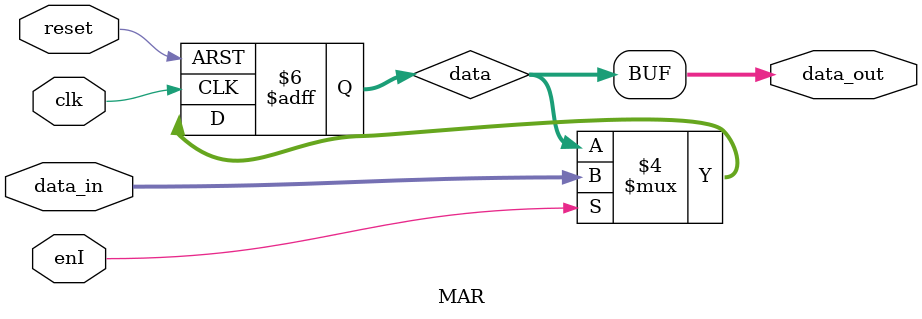
<source format=v>

module MAR(clk, reset, data_in, enI, data_out);

// Input/Output/Register Declaration
input clk; input reset; input[15:0] data_in; 
input enI; output[15:0] data_out;
reg[15:0] data;

// Architecture

always@(posedge clk or posedge reset)
begin
	if (reset == 1)
	   begin
		data <= 16'h0000;
	   end
	else
	   if (enI == 1)
		data <= data_in;
end

	assign data_out = data;

endmodule
</source>
